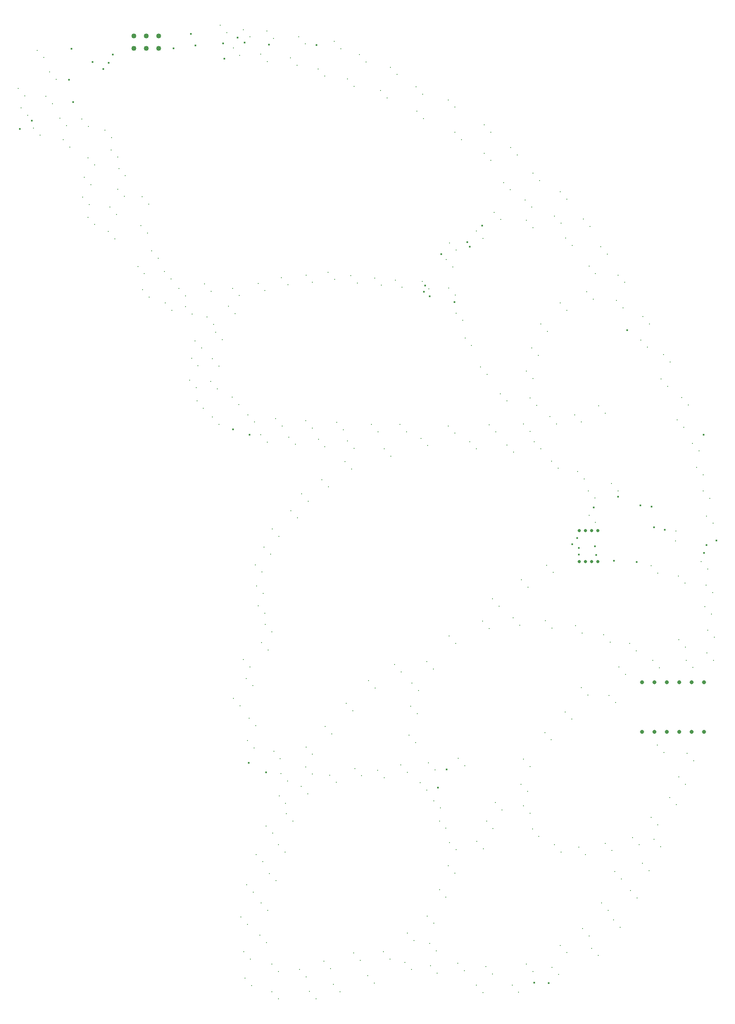
<source format=gbr>
%TF.GenerationSoftware,KiCad,Pcbnew,(6.99.0-3809-g2741d0eb4b)*%
%TF.CreationDate,2022-10-25T09:35:34-04:00*%
%TF.ProjectId,PortWing,506f7274-5769-46e6-972e-6b696361645f,rev?*%
%TF.SameCoordinates,Original*%
%TF.FileFunction,Plated,1,4,PTH,Drill*%
%TF.FilePolarity,Positive*%
%FSLAX46Y46*%
G04 Gerber Fmt 4.6, Leading zero omitted, Abs format (unit mm)*
G04 Created by KiCad (PCBNEW (6.99.0-3809-g2741d0eb4b)) date 2022-10-25 09:35:34*
%MOMM*%
%LPD*%
G01*
G04 APERTURE LIST*
%TA.AperFunction,ComponentDrill*%
%ADD10C,0.300000*%
%TD*%
%TA.AperFunction,ViaDrill*%
%ADD11C,0.400000*%
%TD*%
%TA.AperFunction,ComponentDrill*%
%ADD12C,0.650000*%
%TD*%
%TA.AperFunction,ComponentDrill*%
%ADD13C,0.800000*%
%TD*%
%TA.AperFunction,ComponentDrill*%
%ADD14C,1.016000*%
%TD*%
G04 APERTURE END LIST*
D10*
%TO.C,D191*%
X19345401Y2419114D03*
%TO.C,D192*%
X19954294Y-1580886D03*
%TO.C,D191*%
X20695401Y919114D03*
%TO.C,D192*%
X21304294Y-3080886D03*
%TO.C,D193*%
X22454294Y-5680886D03*
%TO.C,D189*%
X23254294Y10219114D03*
%TO.C,D193*%
X23804294Y-7180886D03*
%TO.C,D189*%
X24604294Y8719114D03*
%TO.C,D190*%
X25004294Y769114D03*
%TO.C,D188*%
X25804294Y5769114D03*
%TO.C,D190*%
X26354294Y-730886D03*
%TO.C,D188*%
X27154294Y4269114D03*
%TO.C,D194*%
X27854294Y-3680886D03*
%TO.C,D196*%
X28554294Y-8080886D03*
%TO.C,D194*%
X29204294Y-5180886D03*
%TO.C,D196*%
X29904294Y-9580886D03*
%TO.C,D195*%
X32354294Y-3880886D03*
%TO.C,D202*%
X32554294Y-19880886D03*
%TO.C,D201*%
X32854294Y-15780886D03*
%TO.C,D200*%
X33654294Y-11780886D03*
%TO.C,D206*%
X33654294Y-23980886D03*
%TO.C,D195*%
X33704294Y-5380886D03*
%TO.C,D202*%
X33904294Y-21380886D03*
%TO.C,D201*%
X34204294Y-17280886D03*
%TO.C,D200*%
X35004294Y-13280886D03*
%TO.C,D206*%
X35004294Y-25480886D03*
%TO.C,D197*%
X37154294Y-6180886D03*
%TO.C,D207*%
X37754294Y-26880886D03*
%TO.C,D205*%
X38154294Y-21880886D03*
%TO.C,D198*%
X38354294Y-10180886D03*
%TO.C,D197*%
X38504294Y-7680886D03*
%TO.C,D207*%
X39104294Y-28380886D03*
%TO.C,D205*%
X39504294Y-23380886D03*
%TO.C,D198*%
X39704294Y-11680886D03*
%TO.C,D203*%
X39704294Y-18230886D03*
%TO.C,D199*%
X39954294Y-13980886D03*
%TO.C,D203*%
X41054294Y-19730886D03*
%TO.C,D199*%
X41304294Y-15480886D03*
%TO.C,D210*%
X43845401Y-34057279D03*
%TO.C,D208*%
X44445401Y-25704493D03*
%TO.C,D204*%
X44745401Y-19804493D03*
%TO.C,D211*%
X44845401Y-38857279D03*
%TO.C,D210*%
X45195401Y-35557279D03*
%TO.C,D208*%
X45795401Y-27204493D03*
%TO.C,D204*%
X46095401Y-21304493D03*
%TO.C,D211*%
X46195401Y-40357279D03*
%TO.C,D209*%
X46654294Y-30880886D03*
X48004294Y-32380886D03*
%TO.C,D212*%
X49304294Y-35130886D03*
%TO.C,D214*%
X49504294Y-41530886D03*
%TO.C,D212*%
X50654294Y-36630886D03*
%TO.C,D214*%
X50854294Y-43030886D03*
%TO.C,D213*%
X52245401Y-38557279D03*
X53595401Y-40057279D03*
%TO.C,D216*%
X53645401Y-42330886D03*
%TO.C,D251*%
X54504294Y-57380886D03*
%TO.C,D254*%
X54854294Y-52880886D03*
%TO.C,D216*%
X54995401Y-43830886D03*
%TO.C,D255*%
X55554294Y-49280886D03*
%TO.C,D251*%
X55854294Y-58880886D03*
%TO.C,D250*%
X55954294Y-61580886D03*
%TO.C,D254*%
X56204294Y-54380886D03*
%TO.C,D255*%
X56904294Y-50780886D03*
%TO.C,D250*%
X57304294Y-63080886D03*
%TO.C,D215*%
X57504294Y-37630886D03*
%TO.C,D217*%
X58004294Y-44430886D03*
%TO.C,D252*%
X58804294Y-57630886D03*
%TO.C,D215*%
X58854294Y-39130886D03*
%TO.C,D249*%
X59104294Y-64930886D03*
%TO.C,D253*%
X59145401Y-52957279D03*
%TO.C,D217*%
X59354294Y-45930886D03*
%TO.C,D256*%
X59804294Y-47530886D03*
%TO.C,D252*%
X60154294Y-59130886D03*
%TO.C,D249*%
X60454294Y-66430886D03*
%TO.C,D253*%
X60495401Y-54457279D03*
%TO.C,D187*%
X60704294Y15369114D03*
%TO.C,D256*%
X61154294Y-49030886D03*
%TO.C,D187*%
X62054294Y13869114D03*
%TO.C,D218*%
X62404294Y-42230886D03*
%TO.C,D248*%
X63204294Y-60830886D03*
%TO.C,D219*%
X63304294Y-38530886D03*
%TO.C,D186*%
X63404294Y10669114D03*
%TO.C,D105*%
X63445401Y-122557279D03*
%TO.C,D218*%
X63754294Y-43730886D03*
%TO.C,D248*%
X64554294Y-62330886D03*
%TO.C,D219*%
X64654294Y-40030886D03*
%TO.C,D186*%
X64754294Y9169114D03*
%TO.C,D105*%
X64795401Y-124057279D03*
%TO.C,D59*%
X65004294Y-167330886D03*
%TO.C,D185*%
X65504294Y14469114D03*
%TO.C,D107*%
X65504294Y-114630886D03*
%TO.C,D57*%
X65545401Y-174457279D03*
%TO.C,D56*%
X65804294Y-179880886D03*
%TO.C,D106*%
X66045401Y-118457279D03*
%TO.C,D61*%
X66145401Y-160757279D03*
%TO.C,D103*%
X66354294Y-131180886D03*
%TO.C,D59*%
X66354294Y-168830886D03*
%TO.C,D246*%
X66404294Y-64457279D03*
%TO.C,D104*%
X66645401Y-126657279D03*
%TO.C,D185*%
X66854294Y12969114D03*
%TO.C,D107*%
X66854294Y-116130886D03*
%TO.C,D57*%
X66895401Y-175957279D03*
%TO.C,D56*%
X67154294Y-181380886D03*
%TO.C,D106*%
X67395401Y-119957279D03*
%TO.C,D61*%
X67495401Y-162257279D03*
%TO.C,D103*%
X67704294Y-132680886D03*
%TO.C,D246*%
X67754294Y-65957279D03*
%TO.C,D112*%
X67904294Y-95180886D03*
%TO.C,D104*%
X67995401Y-128157279D03*
%TO.C,D63*%
X68104294Y-154530886D03*
%TO.C,D111*%
X68204294Y-99530886D03*
%TO.C,D220*%
X68504294Y-37530886D03*
%TO.C,D110*%
X68504294Y-103630886D03*
%TO.C,D58*%
X68845401Y-171057279D03*
%TO.C,D247*%
X69004294Y-68530886D03*
%TO.C,D183*%
X69045401Y9442721D03*
%TO.C,D60*%
X69145401Y-164457279D03*
%TO.C,D108*%
X69204294Y-111130886D03*
%TO.C,D112*%
X69254294Y-96680886D03*
%TO.C,D63*%
X69454294Y-156030886D03*
%TO.C,D111*%
X69554294Y-101030886D03*
%TO.C,D113*%
X69704294Y-91530886D03*
%TO.C,D220*%
X69854294Y-39030886D03*
%TO.C,D110*%
X69854294Y-105130886D03*
%TO.C,D109*%
X70004294Y-107430886D03*
%TO.C,D65*%
X70154294Y-148680886D03*
%TO.C,D58*%
X70195401Y-172557279D03*
%TO.C,D184*%
X70304294Y14169114D03*
%TO.C,D247*%
X70354294Y-70030886D03*
%TO.C,D183*%
X70395401Y7942721D03*
%TO.C,D60*%
X70495401Y-165957279D03*
%TO.C,D108*%
X70554294Y-112630886D03*
%TO.C,D62*%
X70804294Y-158430886D03*
%TO.C,D113*%
X71054294Y-93030886D03*
%TO.C,D55*%
X71304294Y-177030886D03*
%TO.C,D54*%
X71304294Y-182630886D03*
%TO.C,D109*%
X71354294Y-108930886D03*
%TO.C,D114*%
X71404294Y-87830886D03*
%TO.C,D65*%
X71504294Y-150180886D03*
%TO.C,D184*%
X71654294Y12669114D03*
%TO.C,D102*%
X71704294Y-133430886D03*
%TO.C,D245*%
X72054294Y-65280886D03*
%TO.C,D62*%
X72154294Y-159930886D03*
%TO.C,D64*%
X72645401Y-152557279D03*
%TO.C,D55*%
X72654294Y-178530886D03*
%TO.C,D54*%
X72654294Y-184130886D03*
%TO.C,D114*%
X72754294Y-89330886D03*
%TO.C,D67*%
X72804294Y-142530886D03*
%TO.C,D102*%
X73054294Y-134930886D03*
%TO.C,D69*%
X73154294Y-137980886D03*
%TO.C,D221*%
X73304294Y-36330886D03*
%TO.C,D245*%
X73404294Y-66780886D03*
%TO.C,D64*%
X73995401Y-154057279D03*
%TO.C,D67*%
X74154294Y-144030886D03*
%TO.C,D66*%
X74254294Y-146180886D03*
%TO.C,D69*%
X74504294Y-139480886D03*
%TO.C,D221*%
X74654294Y-37830886D03*
%TO.C,D244*%
X74804294Y-69030886D03*
%TO.C,D182*%
X75104294Y8669114D03*
%TO.C,D115*%
X75254294Y-84080886D03*
%TO.C,D66*%
X75604294Y-147680886D03*
%TO.C,D244*%
X76154294Y-70530886D03*
%TO.C,D182*%
X76454294Y7169114D03*
%TO.C,D115*%
X76604294Y-85580886D03*
%TO.C,D181*%
X76854294Y13019114D03*
%TO.C,D53*%
X77004294Y-178130886D03*
%TO.C,D68*%
X77304294Y-140630886D03*
%TO.C,D116*%
X77404294Y-80630886D03*
%TO.C,D181*%
X78204294Y11519114D03*
%TO.C,D243*%
X78254294Y-65680886D03*
%TO.C,D70*%
X78254294Y-136580886D03*
%TO.C,D222*%
X78304294Y-35830886D03*
%TO.C,D101*%
X78304294Y-132530886D03*
%TO.C,D53*%
X78354294Y-179630886D03*
%TO.C,D68*%
X78654294Y-142130886D03*
%TO.C,D116*%
X78754294Y-82130886D03*
%TO.C,D52*%
X79054294Y-182580886D03*
%TO.C,D243*%
X79604294Y-67180886D03*
%TO.C,D70*%
X79604294Y-138080886D03*
%TO.C,D222*%
X79654294Y-37330886D03*
%TO.C,D101*%
X79654294Y-134030886D03*
%TO.C,D52*%
X80404294Y-184080886D03*
%TO.C,D180*%
X80804294Y6419114D03*
%TO.C,D242*%
X80845401Y-69504493D03*
%TO.C,D117*%
X81604294Y-77730886D03*
%TO.C,D51*%
X82004294Y-176430886D03*
%TO.C,D180*%
X82154294Y4919114D03*
%TO.C,D242*%
X82195401Y-71004493D03*
%TO.C,D100*%
X82245401Y-128357279D03*
%TO.C,D223*%
X82804294Y-35230886D03*
%TO.C,D117*%
X82954294Y-79230886D03*
%TO.C,D71*%
X83204294Y-138280886D03*
%TO.C,D51*%
X83354294Y-177930886D03*
%TO.C,D100*%
X83595401Y-129857279D03*
%TO.C,D50*%
X83904294Y-181130886D03*
%TO.C,D179*%
X84145401Y12042721D03*
%TO.C,D223*%
X84154294Y-36730886D03*
%TO.C,D71*%
X84554294Y-139780886D03*
%TO.C,D241*%
X84604294Y-66030886D03*
%TO.C,D50*%
X85254294Y-182630886D03*
%TO.C,D179*%
X85495401Y10542721D03*
%TO.C,D241*%
X85954294Y-67530886D03*
%TO.C,D239*%
X86304294Y-74030886D03*
%TO.C,D99*%
X86545401Y-123557279D03*
%TO.C,D178*%
X86804294Y4369114D03*
%TO.C,D240*%
X86804294Y-69830886D03*
%TO.C,D224*%
X87504294Y-35930886D03*
%TO.C,D239*%
X87654294Y-75530886D03*
%TO.C,D99*%
X87895401Y-125057279D03*
%TO.C,D48*%
X88104294Y-174730886D03*
%TO.C,D178*%
X88154294Y2869114D03*
%TO.C,D240*%
X88154294Y-71330886D03*
%TO.C,D72*%
X88304294Y-136930886D03*
%TO.C,D224*%
X88854294Y-37430886D03*
%TO.C,D177*%
X89304294Y9369114D03*
%TO.C,D48*%
X89454294Y-176230886D03*
%TO.C,D72*%
X89654294Y-138430886D03*
%TO.C,D177*%
X90654294Y7869114D03*
%TO.C,D49*%
X90954294Y-179380886D03*
%TO.C,D98*%
X91104294Y-118930886D03*
%TO.C,D238*%
X91704294Y-66430886D03*
%TO.C,D49*%
X92304294Y-180880886D03*
%TO.C,D225*%
X92404294Y-36430886D03*
%TO.C,D98*%
X92454294Y-120430886D03*
%TO.C,D73*%
X93004294Y-137330886D03*
%TO.C,D238*%
X93054294Y-67930886D03*
%TO.C,D176*%
X93604294Y1969114D03*
%TO.C,D225*%
X93754294Y-37930886D03*
%TO.C,D47*%
X94204294Y-174480886D03*
%TO.C,D237*%
X94345401Y-71457279D03*
%TO.C,D73*%
X94354294Y-138830886D03*
%TO.C,D176*%
X94954294Y469114D03*
%TO.C,D47*%
X95554294Y-175980886D03*
%TO.C,D175*%
X95604294Y6769114D03*
%TO.C,D237*%
X95695401Y-72957279D03*
%TO.C,D97*%
X96504294Y-115630886D03*
%TO.C,D226*%
X96645401Y-36857279D03*
%TO.C,D175*%
X96954294Y5269114D03*
%TO.C,D236*%
X97604294Y-66430886D03*
%TO.C,D74*%
X97704294Y-136230886D03*
%TO.C,D97*%
X97854294Y-117130886D03*
%TO.C,D226*%
X97995401Y-38357279D03*
%TO.C,D46*%
X98604294Y-176630886D03*
%TO.C,D236*%
X98954294Y-67930886D03*
%TO.C,D74*%
X99054294Y-137730886D03*
%TO.C,D45*%
X99054294Y-170680886D03*
%TO.C,D96*%
X99404294Y-130130886D03*
%TO.C,D95*%
X99754294Y-124180886D03*
%TO.C,D46*%
X99954294Y-178130886D03*
%TO.C,D94*%
X100045401Y-119457279D03*
%TO.C,D45*%
X100404294Y-172180886D03*
%TO.C,D96*%
X100754294Y-131630886D03*
%TO.C,D174*%
X100854294Y2719114D03*
%TO.C,D173*%
X101004294Y-2280886D03*
%TO.C,D95*%
X101104294Y-125680886D03*
%TO.C,D94*%
X101395401Y-120957279D03*
%TO.C,D75*%
X101745401Y-139857279D03*
%TO.C,D118*%
X101854294Y-69280886D03*
%TO.C,D227*%
X102145401Y-37157279D03*
%TO.C,D174*%
X102204294Y1219114D03*
%TO.C,D173*%
X102354294Y-3780886D03*
%TO.C,D93*%
X103045401Y-115057279D03*
%TO.C,D75*%
X103095401Y-141357279D03*
%TO.C,D83*%
X103145401Y-167157279D03*
%TO.C,D118*%
X103204294Y-70780886D03*
%TO.C,D76*%
X103404294Y-135730886D03*
%TO.C,D227*%
X103495401Y-38657279D03*
%TO.C,D44*%
X103645401Y-172757279D03*
%TO.C,D43*%
X103804294Y-177330886D03*
%TO.C,D93*%
X104395401Y-116557279D03*
%TO.C,D83*%
X104495401Y-168657279D03*
%TO.C,D78*%
X104504294Y-143530886D03*
%TO.C,D76*%
X104754294Y-137230886D03*
%TO.C,D44*%
X104995401Y-174257279D03*
%TO.C,D43*%
X105154294Y-178830886D03*
%TO.C,D79*%
X105654294Y-147680886D03*
%TO.C,D82*%
X105654294Y-161780886D03*
%TO.C,D78*%
X105854294Y-145030886D03*
%TO.C,D79*%
X107004294Y-149180886D03*
%TO.C,D82*%
X107004294Y-163280886D03*
%TO.C,D228*%
X107045401Y-32657279D03*
%TO.C,D172*%
X107504294Y69114D03*
%TO.C,D119*%
X107504294Y-66730886D03*
%TO.C,D81*%
X107504294Y-156830886D03*
%TO.C,D232*%
X107545401Y-38457279D03*
%TO.C,D92*%
X107654294Y-109780886D03*
%TO.C,D229*%
X107704294Y-29230886D03*
%TO.C,D80*%
X107754294Y-152080886D03*
%TO.C,D228*%
X108395401Y-34157279D03*
%TO.C,D172*%
X108854294Y-1430886D03*
%TO.C,D171*%
X108854294Y-6580886D03*
%TO.C,D119*%
X108854294Y-68230886D03*
%TO.C,D81*%
X108854294Y-158330886D03*
%TO.C,D232*%
X108895401Y-39957279D03*
%TO.C,D92*%
X109004294Y-111280886D03*
%TO.C,D229*%
X109054294Y-30730886D03*
%TO.C,D233*%
X109104294Y-43630886D03*
%TO.C,D80*%
X109104294Y-153580886D03*
%TO.C,D42*%
X109445401Y-176857279D03*
%TO.C,D77*%
X109504294Y-134830886D03*
%TO.C,D171*%
X110204294Y-8080886D03*
%TO.C,D233*%
X110454294Y-45130886D03*
%TO.C,D42*%
X110795401Y-178357279D03*
%TO.C,D77*%
X110854294Y-136330886D03*
%TO.C,D234*%
X110904294Y-48730886D03*
%TO.C,D120*%
X111845401Y-69957279D03*
%TO.C,D234*%
X112254294Y-50230886D03*
%TO.C,D120*%
X113195401Y-71457279D03*
%TO.C,D230*%
X113204294Y-26830886D03*
%TO.C,D41*%
X113204294Y-181330886D03*
%TO.C,D84*%
X113354294Y-151880886D03*
%TO.C,D235*%
X114054294Y-54680886D03*
%TO.C,D91*%
X114504294Y-106730886D03*
%TO.C,D230*%
X114554294Y-28330886D03*
%TO.C,D41*%
X114554294Y-182830886D03*
%TO.C,D84*%
X114704294Y-153380886D03*
%TO.C,D169*%
X114845401Y-10857279D03*
%TO.C,D170*%
X114854294Y-5080886D03*
%TO.C,D40*%
X115204294Y-177530886D03*
%TO.C,D85*%
X115304294Y-147730886D03*
%TO.C,D235*%
X115404294Y-56180886D03*
%TO.C,D121*%
X115854294Y-66480886D03*
%TO.C,D91*%
X115854294Y-108230886D03*
%TO.C,D169*%
X116195401Y-12357279D03*
%TO.C,D170*%
X116204294Y-6580886D03*
%TO.C,D134*%
X116545401Y-102157279D03*
%TO.C,D40*%
X116554294Y-179030886D03*
%TO.C,D85*%
X116654294Y-149230886D03*
%TO.C,D231*%
X116845401Y-22957279D03*
%TO.C,D86*%
X117104294Y-143930886D03*
%TO.C,D121*%
X117204294Y-67980886D03*
%TO.C,D134*%
X117895401Y-103657279D03*
%TO.C,D140*%
X118104294Y-60130886D03*
%TO.C,D231*%
X118195401Y-24457279D03*
%TO.C,D86*%
X118454294Y-145430886D03*
%TO.C,D167*%
X118845401Y-16857279D03*
%TO.C,D140*%
X119454294Y-61630886D03*
%TO.C,D122*%
X119504294Y-70630886D03*
%TO.C,D167*%
X120195401Y-18357279D03*
%TO.C,D168*%
X120254294Y-9680886D03*
%TO.C,D39*%
X120554294Y-181280886D03*
%TO.C,D90*%
X120745401Y-106057279D03*
%TO.C,D122*%
X120854294Y-72130886D03*
%TO.C,D168*%
X121604294Y-11180886D03*
%TO.C,D39*%
X121904294Y-182780886D03*
%TO.C,D90*%
X122095401Y-107557279D03*
%TO.C,D16*%
X122404294Y-140130886D03*
%TO.C,D133*%
X122445401Y-98257279D03*
%TO.C,D123*%
X122845401Y-66357279D03*
%TO.C,D17*%
X122854294Y-144580886D03*
%TO.C,D15*%
X122904294Y-135030886D03*
%TO.C,D164*%
X123204294Y-20430886D03*
%TO.C,D163*%
X123504294Y-24630886D03*
%TO.C,D141*%
X123504294Y-55530886D03*
%TO.C,D38*%
X123504294Y-177030886D03*
%TO.C,D16*%
X123754294Y-141630886D03*
%TO.C,D133*%
X123795401Y-99757279D03*
%TO.C,D123*%
X124195401Y-67857279D03*
%TO.C,D139*%
X124204294Y-61030886D03*
%TO.C,D17*%
X124204294Y-146080886D03*
%TO.C,D15*%
X124254294Y-136530886D03*
%TO.C,D164*%
X124554294Y-21930886D03*
%TO.C,D142*%
X124604294Y-50780886D03*
%TO.C,D18*%
X124704294Y-149330886D03*
%TO.C,D166*%
X124845401Y-14957279D03*
%TO.C,D163*%
X124854294Y-26130886D03*
%TO.C,D141*%
X124854294Y-57030886D03*
%TO.C,D38*%
X124854294Y-178530886D03*
%TO.C,D124*%
X125045401Y-69957279D03*
%TO.C,D139*%
X125554294Y-62530886D03*
%TO.C,D142*%
X125954294Y-52280886D03*
%TO.C,D18*%
X126054294Y-150830886D03*
%TO.C,D166*%
X126195401Y-16457279D03*
%TO.C,D124*%
X126395401Y-71457279D03*
%TO.C,D143*%
X126445401Y-45857279D03*
%TO.C,D14*%
X127245401Y-129557279D03*
%TO.C,D89*%
X127404294Y-106630886D03*
%TO.C,D132*%
X127645401Y-95257279D03*
%TO.C,D143*%
X127795401Y-47357279D03*
%TO.C,D136*%
X128304294Y-64830886D03*
%TO.C,D14*%
X128595401Y-131057279D03*
%TO.C,D125*%
X128604294Y-73930886D03*
%TO.C,D37*%
X128745401Y-177657279D03*
%TO.C,D89*%
X128754294Y-108130886D03*
%TO.C,D132*%
X128995401Y-96757279D03*
%TO.C,D162*%
X129204294Y-23730886D03*
%TO.C,D19*%
X129204294Y-152530886D03*
%TO.C,D136*%
X129654294Y-66330886D03*
%TO.C,D125*%
X129954294Y-75430886D03*
%TO.C,D37*%
X130095401Y-179157279D03*
%TO.C,D165*%
X130404294Y-18780886D03*
%TO.C,D144*%
X130445401Y-41557279D03*
%TO.C,D36*%
X130445401Y-173157279D03*
%TO.C,D162*%
X130554294Y-25230886D03*
%TO.C,D19*%
X130554294Y-154030886D03*
%TO.C,D13*%
X131404294Y-125330886D03*
%TO.C,D160*%
X131545401Y-28257279D03*
%TO.C,D165*%
X131754294Y-20280886D03*
%TO.C,D144*%
X131795401Y-43057279D03*
%TO.C,D36*%
X131795401Y-174657279D03*
%TO.C,D13*%
X132754294Y-126830886D03*
%TO.C,D160*%
X132895401Y-29757279D03*
%TO.C,D137*%
X133345401Y-64457279D03*
%TO.C,D88*%
X133545401Y-107657279D03*
%TO.C,D126*%
X133954294Y-76080886D03*
%TO.C,D20*%
X134204294Y-153030886D03*
%TO.C,D137*%
X134695401Y-65957279D03*
%TO.C,D12*%
X134754294Y-120380886D03*
%TO.C,D88*%
X134895401Y-109157279D03*
%TO.C,D34*%
X135004294Y-169730886D03*
%TO.C,D161*%
X135145401Y-24357279D03*
%TO.C,D126*%
X135304294Y-77580886D03*
%TO.C,D20*%
X135554294Y-154530886D03*
%TO.C,D145*%
X135804294Y-39230886D03*
%TO.C,D12*%
X136104294Y-121880886D03*
%TO.C,D127*%
X136204294Y-80030886D03*
%TO.C,D158*%
X136304294Y-34030886D03*
%TO.C,D135*%
X136304294Y-85030886D03*
%TO.C,D34*%
X136354294Y-171230886D03*
%TO.C,D161*%
X136495401Y-25857279D03*
%TO.C,D35*%
X136845401Y-173757279D03*
%TO.C,D145*%
X137154294Y-40730886D03*
%TO.C,D127*%
X137554294Y-81530886D03*
%TO.C,D158*%
X137654294Y-35530886D03*
%TO.C,D135*%
X137654294Y-86530886D03*
%TO.C,D35*%
X138195401Y-175257279D03*
%TO.C,D138*%
X138304294Y-62630886D03*
%TO.C,D159*%
X138704294Y-30030886D03*
%TO.C,D32*%
X138854294Y-164480886D03*
%TO.C,D87*%
X139345401Y-109557279D03*
%TO.C,D21*%
X139645401Y-152257279D03*
%TO.C,D138*%
X139654294Y-64130886D03*
%TO.C,D159*%
X140054294Y-31530886D03*
%TO.C,D32*%
X140204294Y-165980886D03*
%TO.C,D11*%
X140404294Y-121930886D03*
%TO.C,D87*%
X140695401Y-111057279D03*
%TO.C,D128*%
X140904294Y-78530886D03*
%TO.C,D21*%
X140995401Y-153757279D03*
%TO.C,D33*%
X141304294Y-167930886D03*
%TO.C,D30*%
X141604294Y-158030886D03*
%TO.C,D11*%
X141754294Y-123430886D03*
%TO.C,D146*%
X141904294Y-41030886D03*
%TO.C,D128*%
X142254294Y-80030886D03*
%TO.C,D157*%
X142304294Y-35830886D03*
%TO.C,D10*%
X142404294Y-116130886D03*
%TO.C,D33*%
X142654294Y-169430886D03*
%TO.C,D30*%
X142954294Y-159530886D03*
%TO.C,D146*%
X143254294Y-42530886D03*
%TO.C,D157*%
X143654294Y-37330886D03*
%TO.C,D10*%
X143754294Y-117630886D03*
%TO.C,D9*%
X144604294Y-111330886D03*
%TO.C,D31*%
X144804294Y-161930886D03*
%TO.C,D22*%
X145245401Y-151057279D03*
%TO.C,D9*%
X145954294Y-112830886D03*
%TO.C,D31*%
X146154294Y-163430886D03*
%TO.C,D22*%
X146595401Y-152557279D03*
%TO.C,D148*%
X146904294Y-49130886D03*
%TO.C,D29*%
X147254294Y-156380886D03*
%TO.C,D147*%
X147345401Y-44357279D03*
%TO.C,D148*%
X148254294Y-50630886D03*
%TO.C,D29*%
X148604294Y-157880886D03*
%TO.C,D147*%
X148695401Y-45857279D03*
%TO.C,D23*%
X149045401Y-146957279D03*
%TO.C,D131*%
X149054294Y-95380886D03*
%TO.C,D8*%
X149345401Y-114757279D03*
%TO.C,D28*%
X149645401Y-151457279D03*
%TO.C,D27*%
X150345401Y-132157279D03*
%TO.C,D23*%
X150395401Y-148457279D03*
%TO.C,D131*%
X150404294Y-96880886D03*
%TO.C,D8*%
X150695401Y-116257279D03*
%TO.C,D28*%
X150995401Y-152957279D03*
%TO.C,D150*%
X151104294Y-57130886D03*
%TO.C,D149*%
X151545401Y-52157279D03*
%TO.C,D27*%
X151695401Y-133657279D03*
%TO.C,D150*%
X152454294Y-58630886D03*
%TO.C,D24*%
X152845401Y-142857279D03*
%TO.C,D149*%
X152895401Y-53657279D03*
%TO.C,D129*%
X154018939Y-90306191D03*
X154125005Y-88290937D03*
%TO.C,D24*%
X154195401Y-144357279D03*
%TO.C,D152*%
X154404294Y-65530886D03*
%TO.C,D130*%
X154645401Y-97457279D03*
%TO.C,D6*%
X154745401Y-110557279D03*
%TO.C,D25*%
X154745401Y-138657279D03*
%TO.C,D151*%
X155304294Y-60930886D03*
%TO.C,D152*%
X155754294Y-67030886D03*
%TO.C,D130*%
X155995401Y-98957279D03*
%TO.C,D6*%
X156095401Y-112057279D03*
%TO.C,D25*%
X156095401Y-140157279D03*
%TO.C,D7*%
X156204294Y-114730886D03*
%TO.C,D26*%
X156404294Y-133830886D03*
%TO.C,D151*%
X156654294Y-62430886D03*
%TO.C,D153*%
X157545401Y-70357279D03*
%TO.C,D7*%
X157554294Y-116230886D03*
%TO.C,D26*%
X157754294Y-135330886D03*
%TO.C,D154*%
X158345401Y-75257279D03*
%TO.C,D153*%
X158895401Y-71857279D03*
%TO.C,D2*%
X159304294Y-94530886D03*
%TO.C,D154*%
X159695401Y-76757279D03*
%TO.C,D155*%
X159745401Y-80057279D03*
%TO.C,D3*%
X160045401Y-103757279D03*
%TO.C,D1*%
X160345401Y-99357279D03*
%TO.C,D156*%
X160404294Y-85180886D03*
%TO.C,D5*%
X160445401Y-113257279D03*
%TO.C,D4*%
X160645401Y-108557279D03*
%TO.C,D2*%
X160654294Y-96030886D03*
%TO.C,D155*%
X161095401Y-81557279D03*
%TO.C,D3*%
X161395401Y-105257279D03*
%TO.C,D1*%
X161695401Y-100857279D03*
%TO.C,D156*%
X161754294Y-86680886D03*
%TO.C,D5*%
X161795401Y-114757279D03*
%TO.C,D4*%
X161995401Y-110057279D03*
%TD*%
D11*
X19654294Y-5880886D03*
X22154294Y-4180886D03*
X29754294Y4219114D03*
X30254294Y10519114D03*
X30554294Y-380886D03*
X34554294Y7819114D03*
X36754294Y6419114D03*
X37854294Y7619114D03*
X38754294Y9319114D03*
X51154294Y10619114D03*
X54754294Y13619114D03*
X55644333Y11209153D03*
X61354294Y11619114D03*
X61548245Y8518614D03*
X63354294Y-67480886D03*
X64254294Y12819114D03*
X65709672Y11774492D03*
X66554294Y-135780886D03*
X66754794Y-68581659D03*
X70154294Y-137680886D03*
X70754294Y11419114D03*
X80454294Y11319114D03*
X102454294Y-39280886D03*
X102695901Y-37980886D03*
X103654294Y-40180886D03*
X105354294Y-140880886D03*
X105996794Y-31580886D03*
X107154294Y-137080886D03*
X108754294Y-41380886D03*
X111354294Y-29080886D03*
X111854294Y-29980886D03*
X114454294Y-25680886D03*
X125054294Y-180780886D03*
X128054294Y-180880886D03*
X132841468Y-91006538D03*
X133854294Y-89680886D03*
X134254294Y-91780886D03*
X134254294Y-93080886D03*
X137281759Y-83453421D03*
X137507924Y-91435368D03*
X137754294Y-93180886D03*
X141454294Y-94380886D03*
X142254294Y-81280886D03*
X144154294Y-47080886D03*
X146054294Y-94580886D03*
X146854294Y-82980886D03*
X149154294Y-83280886D03*
X149654294Y-87480886D03*
X151854294Y-87980886D03*
X159754294Y-68580886D03*
X159854294Y-92780886D03*
X160354294Y-91180886D03*
X162454294Y-90180886D03*
D12*
%TO.C,J1*%
X134284294Y-88200886D03*
X134284294Y-94550886D03*
X135554294Y-88200886D03*
X135554294Y-94550886D03*
X136824294Y-88200886D03*
X136824294Y-94550886D03*
X138094294Y-88200886D03*
X138094294Y-94550886D03*
D13*
%TO.C,J14*%
X147154294Y-119220886D03*
X147154294Y-129380886D03*
X149694294Y-119220886D03*
X149694294Y-129380886D03*
X152234294Y-119220886D03*
X152234294Y-129380886D03*
X154774294Y-119220886D03*
X154774294Y-129380886D03*
X157314294Y-119220886D03*
X157314294Y-129380886D03*
X159854294Y-119220886D03*
X159854294Y-129380886D03*
D14*
%TO.C,X1*%
X43074294Y13169114D03*
X43074294Y10629114D03*
X45614294Y13169114D03*
X45614294Y10629114D03*
X48154294Y13169114D03*
X48154294Y10629114D03*
M02*

</source>
